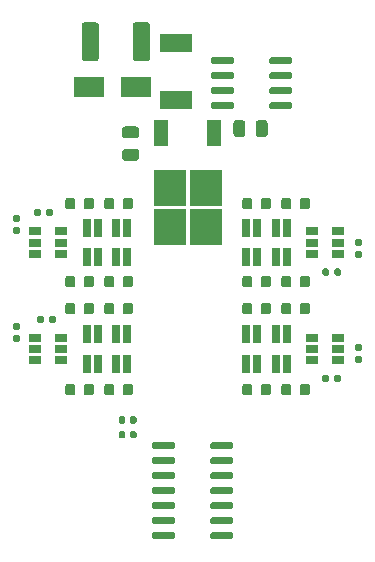
<source format=gtp>
G04 #@! TF.GenerationSoftware,KiCad,Pcbnew,(5.1.9)-1*
G04 #@! TF.CreationDate,2021-06-03T13:52:16+02:00*
G04 #@! TF.ProjectId,seriallight,73657269-616c-46c6-9967-68742e6b6963,rev?*
G04 #@! TF.SameCoordinates,Original*
G04 #@! TF.FileFunction,Paste,Top*
G04 #@! TF.FilePolarity,Positive*
%FSLAX46Y46*%
G04 Gerber Fmt 4.6, Leading zero omitted, Abs format (unit mm)*
G04 Created by KiCad (PCBNEW (5.1.9)-1) date 2021-06-03 13:52:16*
%MOMM*%
%LPD*%
G01*
G04 APERTURE LIST*
%ADD10R,0.650000X1.600000*%
%ADD11R,1.060000X0.650000*%
%ADD12R,2.500000X1.800000*%
%ADD13R,2.700000X1.500000*%
%ADD14R,1.200000X2.200000*%
%ADD15R,2.750000X3.050000*%
G04 APERTURE END LIST*
D10*
X105975000Y-105750000D03*
X105025000Y-105750000D03*
G36*
G01*
X103960000Y-86327000D02*
X103960000Y-85377000D01*
G75*
G02*
X104210000Y-85127000I250000J0D01*
G01*
X104710000Y-85127000D01*
G75*
G02*
X104960000Y-85377000I0J-250000D01*
G01*
X104960000Y-86327000D01*
G75*
G02*
X104710000Y-86577000I-250000J0D01*
G01*
X104210000Y-86577000D01*
G75*
G02*
X103960000Y-86327000I0J250000D01*
G01*
G37*
G36*
G01*
X105860000Y-86327000D02*
X105860000Y-85377000D01*
G75*
G02*
X106110000Y-85127000I250000J0D01*
G01*
X106610000Y-85127000D01*
G75*
G02*
X106860000Y-85377000I0J-250000D01*
G01*
X106860000Y-86327000D01*
G75*
G02*
X106610000Y-86577000I-250000J0D01*
G01*
X106110000Y-86577000D01*
G75*
G02*
X105860000Y-86327000I0J250000D01*
G01*
G37*
G36*
G01*
X94775000Y-87572000D02*
X95725000Y-87572000D01*
G75*
G02*
X95975000Y-87822000I0J-250000D01*
G01*
X95975000Y-88322000D01*
G75*
G02*
X95725000Y-88572000I-250000J0D01*
G01*
X94775000Y-88572000D01*
G75*
G02*
X94525000Y-88322000I0J250000D01*
G01*
X94525000Y-87822000D01*
G75*
G02*
X94775000Y-87572000I250000J0D01*
G01*
G37*
G36*
G01*
X94775000Y-85672000D02*
X95725000Y-85672000D01*
G75*
G02*
X95975000Y-85922000I0J-250000D01*
G01*
X95975000Y-86422000D01*
G75*
G02*
X95725000Y-86672000I-250000J0D01*
G01*
X94775000Y-86672000D01*
G75*
G02*
X94525000Y-86422000I0J250000D01*
G01*
X94525000Y-85922000D01*
G75*
G02*
X94775000Y-85672000I250000J0D01*
G01*
G37*
G36*
G01*
X96900000Y-77100000D02*
X96900000Y-79900000D01*
G75*
G02*
X96650000Y-80150000I-250000J0D01*
G01*
X95675000Y-80150000D01*
G75*
G02*
X95425000Y-79900000I0J250000D01*
G01*
X95425000Y-77100000D01*
G75*
G02*
X95675000Y-76850000I250000J0D01*
G01*
X96650000Y-76850000D01*
G75*
G02*
X96900000Y-77100000I0J-250000D01*
G01*
G37*
G36*
G01*
X92575000Y-77100000D02*
X92575000Y-79900000D01*
G75*
G02*
X92325000Y-80150000I-250000J0D01*
G01*
X91350000Y-80150000D01*
G75*
G02*
X91100000Y-79900000I0J250000D01*
G01*
X91100000Y-77100000D01*
G75*
G02*
X91350000Y-76850000I250000J0D01*
G01*
X92325000Y-76850000D01*
G75*
G02*
X92575000Y-77100000I0J-250000D01*
G01*
G37*
G36*
G01*
X85783000Y-103904000D02*
X85413000Y-103904000D01*
G75*
G02*
X85278000Y-103769000I0J135000D01*
G01*
X85278000Y-103499000D01*
G75*
G02*
X85413000Y-103364000I135000J0D01*
G01*
X85783000Y-103364000D01*
G75*
G02*
X85918000Y-103499000I0J-135000D01*
G01*
X85918000Y-103769000D01*
G75*
G02*
X85783000Y-103904000I-135000J0D01*
G01*
G37*
G36*
G01*
X85783000Y-102884000D02*
X85413000Y-102884000D01*
G75*
G02*
X85278000Y-102749000I0J135000D01*
G01*
X85278000Y-102479000D01*
G75*
G02*
X85413000Y-102344000I135000J0D01*
G01*
X85783000Y-102344000D01*
G75*
G02*
X85918000Y-102479000I0J-135000D01*
G01*
X85918000Y-102749000D01*
G75*
G02*
X85783000Y-102884000I-135000J0D01*
G01*
G37*
G36*
G01*
X114739000Y-104662000D02*
X114369000Y-104662000D01*
G75*
G02*
X114234000Y-104527000I0J135000D01*
G01*
X114234000Y-104257000D01*
G75*
G02*
X114369000Y-104122000I135000J0D01*
G01*
X114739000Y-104122000D01*
G75*
G02*
X114874000Y-104257000I0J-135000D01*
G01*
X114874000Y-104527000D01*
G75*
G02*
X114739000Y-104662000I-135000J0D01*
G01*
G37*
G36*
G01*
X114739000Y-105682000D02*
X114369000Y-105682000D01*
G75*
G02*
X114234000Y-105547000I0J135000D01*
G01*
X114234000Y-105277000D01*
G75*
G02*
X114369000Y-105142000I135000J0D01*
G01*
X114739000Y-105142000D01*
G75*
G02*
X114874000Y-105277000I0J-135000D01*
G01*
X114874000Y-105547000D01*
G75*
G02*
X114739000Y-105682000I-135000J0D01*
G01*
G37*
G36*
G01*
X113048000Y-97815000D02*
X113048000Y-98185000D01*
G75*
G02*
X112913000Y-98320000I-135000J0D01*
G01*
X112643000Y-98320000D01*
G75*
G02*
X112508000Y-98185000I0J135000D01*
G01*
X112508000Y-97815000D01*
G75*
G02*
X112643000Y-97680000I135000J0D01*
G01*
X112913000Y-97680000D01*
G75*
G02*
X113048000Y-97815000I0J-135000D01*
G01*
G37*
G36*
G01*
X112028000Y-97815000D02*
X112028000Y-98185000D01*
G75*
G02*
X111893000Y-98320000I-135000J0D01*
G01*
X111623000Y-98320000D01*
G75*
G02*
X111488000Y-98185000I0J135000D01*
G01*
X111488000Y-97815000D01*
G75*
G02*
X111623000Y-97680000I135000J0D01*
G01*
X111893000Y-97680000D01*
G75*
G02*
X112028000Y-97815000I0J-135000D01*
G01*
G37*
G36*
G01*
X114739000Y-95772000D02*
X114369000Y-95772000D01*
G75*
G02*
X114234000Y-95637000I0J135000D01*
G01*
X114234000Y-95367000D01*
G75*
G02*
X114369000Y-95232000I135000J0D01*
G01*
X114739000Y-95232000D01*
G75*
G02*
X114874000Y-95367000I0J-135000D01*
G01*
X114874000Y-95637000D01*
G75*
G02*
X114739000Y-95772000I-135000J0D01*
G01*
G37*
G36*
G01*
X114739000Y-96792000D02*
X114369000Y-96792000D01*
G75*
G02*
X114234000Y-96657000I0J135000D01*
G01*
X114234000Y-96387000D01*
G75*
G02*
X114369000Y-96252000I135000J0D01*
G01*
X114739000Y-96252000D01*
G75*
G02*
X114874000Y-96387000I0J-135000D01*
G01*
X114874000Y-96657000D01*
G75*
G02*
X114739000Y-96792000I-135000J0D01*
G01*
G37*
G36*
G01*
X85783000Y-94760000D02*
X85413000Y-94760000D01*
G75*
G02*
X85278000Y-94625000I0J135000D01*
G01*
X85278000Y-94355000D01*
G75*
G02*
X85413000Y-94220000I135000J0D01*
G01*
X85783000Y-94220000D01*
G75*
G02*
X85918000Y-94355000I0J-135000D01*
G01*
X85918000Y-94625000D01*
G75*
G02*
X85783000Y-94760000I-135000J0D01*
G01*
G37*
G36*
G01*
X85783000Y-93740000D02*
X85413000Y-93740000D01*
G75*
G02*
X85278000Y-93605000I0J135000D01*
G01*
X85278000Y-93335000D01*
G75*
G02*
X85413000Y-93200000I135000J0D01*
G01*
X85783000Y-93200000D01*
G75*
G02*
X85918000Y-93335000I0J-135000D01*
G01*
X85918000Y-93605000D01*
G75*
G02*
X85783000Y-93740000I-135000J0D01*
G01*
G37*
G36*
G01*
X97050000Y-112840000D02*
X97050000Y-112540000D01*
G75*
G02*
X97200000Y-112390000I150000J0D01*
G01*
X98850000Y-112390000D01*
G75*
G02*
X99000000Y-112540000I0J-150000D01*
G01*
X99000000Y-112840000D01*
G75*
G02*
X98850000Y-112990000I-150000J0D01*
G01*
X97200000Y-112990000D01*
G75*
G02*
X97050000Y-112840000I0J150000D01*
G01*
G37*
G36*
G01*
X97050000Y-114110000D02*
X97050000Y-113810000D01*
G75*
G02*
X97200000Y-113660000I150000J0D01*
G01*
X98850000Y-113660000D01*
G75*
G02*
X99000000Y-113810000I0J-150000D01*
G01*
X99000000Y-114110000D01*
G75*
G02*
X98850000Y-114260000I-150000J0D01*
G01*
X97200000Y-114260000D01*
G75*
G02*
X97050000Y-114110000I0J150000D01*
G01*
G37*
G36*
G01*
X97050000Y-115380000D02*
X97050000Y-115080000D01*
G75*
G02*
X97200000Y-114930000I150000J0D01*
G01*
X98850000Y-114930000D01*
G75*
G02*
X99000000Y-115080000I0J-150000D01*
G01*
X99000000Y-115380000D01*
G75*
G02*
X98850000Y-115530000I-150000J0D01*
G01*
X97200000Y-115530000D01*
G75*
G02*
X97050000Y-115380000I0J150000D01*
G01*
G37*
G36*
G01*
X97050000Y-116650000D02*
X97050000Y-116350000D01*
G75*
G02*
X97200000Y-116200000I150000J0D01*
G01*
X98850000Y-116200000D01*
G75*
G02*
X99000000Y-116350000I0J-150000D01*
G01*
X99000000Y-116650000D01*
G75*
G02*
X98850000Y-116800000I-150000J0D01*
G01*
X97200000Y-116800000D01*
G75*
G02*
X97050000Y-116650000I0J150000D01*
G01*
G37*
G36*
G01*
X97050000Y-117920000D02*
X97050000Y-117620000D01*
G75*
G02*
X97200000Y-117470000I150000J0D01*
G01*
X98850000Y-117470000D01*
G75*
G02*
X99000000Y-117620000I0J-150000D01*
G01*
X99000000Y-117920000D01*
G75*
G02*
X98850000Y-118070000I-150000J0D01*
G01*
X97200000Y-118070000D01*
G75*
G02*
X97050000Y-117920000I0J150000D01*
G01*
G37*
G36*
G01*
X97050000Y-119190000D02*
X97050000Y-118890000D01*
G75*
G02*
X97200000Y-118740000I150000J0D01*
G01*
X98850000Y-118740000D01*
G75*
G02*
X99000000Y-118890000I0J-150000D01*
G01*
X99000000Y-119190000D01*
G75*
G02*
X98850000Y-119340000I-150000J0D01*
G01*
X97200000Y-119340000D01*
G75*
G02*
X97050000Y-119190000I0J150000D01*
G01*
G37*
G36*
G01*
X97050000Y-120460000D02*
X97050000Y-120160000D01*
G75*
G02*
X97200000Y-120010000I150000J0D01*
G01*
X98850000Y-120010000D01*
G75*
G02*
X99000000Y-120160000I0J-150000D01*
G01*
X99000000Y-120460000D01*
G75*
G02*
X98850000Y-120610000I-150000J0D01*
G01*
X97200000Y-120610000D01*
G75*
G02*
X97050000Y-120460000I0J150000D01*
G01*
G37*
G36*
G01*
X102000000Y-120460000D02*
X102000000Y-120160000D01*
G75*
G02*
X102150000Y-120010000I150000J0D01*
G01*
X103800000Y-120010000D01*
G75*
G02*
X103950000Y-120160000I0J-150000D01*
G01*
X103950000Y-120460000D01*
G75*
G02*
X103800000Y-120610000I-150000J0D01*
G01*
X102150000Y-120610000D01*
G75*
G02*
X102000000Y-120460000I0J150000D01*
G01*
G37*
G36*
G01*
X102000000Y-119190000D02*
X102000000Y-118890000D01*
G75*
G02*
X102150000Y-118740000I150000J0D01*
G01*
X103800000Y-118740000D01*
G75*
G02*
X103950000Y-118890000I0J-150000D01*
G01*
X103950000Y-119190000D01*
G75*
G02*
X103800000Y-119340000I-150000J0D01*
G01*
X102150000Y-119340000D01*
G75*
G02*
X102000000Y-119190000I0J150000D01*
G01*
G37*
G36*
G01*
X102000000Y-117920000D02*
X102000000Y-117620000D01*
G75*
G02*
X102150000Y-117470000I150000J0D01*
G01*
X103800000Y-117470000D01*
G75*
G02*
X103950000Y-117620000I0J-150000D01*
G01*
X103950000Y-117920000D01*
G75*
G02*
X103800000Y-118070000I-150000J0D01*
G01*
X102150000Y-118070000D01*
G75*
G02*
X102000000Y-117920000I0J150000D01*
G01*
G37*
G36*
G01*
X102000000Y-116650000D02*
X102000000Y-116350000D01*
G75*
G02*
X102150000Y-116200000I150000J0D01*
G01*
X103800000Y-116200000D01*
G75*
G02*
X103950000Y-116350000I0J-150000D01*
G01*
X103950000Y-116650000D01*
G75*
G02*
X103800000Y-116800000I-150000J0D01*
G01*
X102150000Y-116800000D01*
G75*
G02*
X102000000Y-116650000I0J150000D01*
G01*
G37*
G36*
G01*
X102000000Y-115380000D02*
X102000000Y-115080000D01*
G75*
G02*
X102150000Y-114930000I150000J0D01*
G01*
X103800000Y-114930000D01*
G75*
G02*
X103950000Y-115080000I0J-150000D01*
G01*
X103950000Y-115380000D01*
G75*
G02*
X103800000Y-115530000I-150000J0D01*
G01*
X102150000Y-115530000D01*
G75*
G02*
X102000000Y-115380000I0J150000D01*
G01*
G37*
G36*
G01*
X102000000Y-114110000D02*
X102000000Y-113810000D01*
G75*
G02*
X102150000Y-113660000I150000J0D01*
G01*
X103800000Y-113660000D01*
G75*
G02*
X103950000Y-113810000I0J-150000D01*
G01*
X103950000Y-114110000D01*
G75*
G02*
X103800000Y-114260000I-150000J0D01*
G01*
X102150000Y-114260000D01*
G75*
G02*
X102000000Y-114110000I0J150000D01*
G01*
G37*
G36*
G01*
X102000000Y-112840000D02*
X102000000Y-112540000D01*
G75*
G02*
X102150000Y-112390000I150000J0D01*
G01*
X103800000Y-112390000D01*
G75*
G02*
X103950000Y-112540000I0J-150000D01*
G01*
X103950000Y-112840000D01*
G75*
G02*
X103800000Y-112990000I-150000J0D01*
G01*
X102150000Y-112990000D01*
G75*
G02*
X102000000Y-112840000I0J150000D01*
G01*
G37*
G36*
G01*
X102050000Y-80245000D02*
X102050000Y-79945000D01*
G75*
G02*
X102200000Y-79795000I150000J0D01*
G01*
X103850000Y-79795000D01*
G75*
G02*
X104000000Y-79945000I0J-150000D01*
G01*
X104000000Y-80245000D01*
G75*
G02*
X103850000Y-80395000I-150000J0D01*
G01*
X102200000Y-80395000D01*
G75*
G02*
X102050000Y-80245000I0J150000D01*
G01*
G37*
G36*
G01*
X102050000Y-81515000D02*
X102050000Y-81215000D01*
G75*
G02*
X102200000Y-81065000I150000J0D01*
G01*
X103850000Y-81065000D01*
G75*
G02*
X104000000Y-81215000I0J-150000D01*
G01*
X104000000Y-81515000D01*
G75*
G02*
X103850000Y-81665000I-150000J0D01*
G01*
X102200000Y-81665000D01*
G75*
G02*
X102050000Y-81515000I0J150000D01*
G01*
G37*
G36*
G01*
X102050000Y-82785000D02*
X102050000Y-82485000D01*
G75*
G02*
X102200000Y-82335000I150000J0D01*
G01*
X103850000Y-82335000D01*
G75*
G02*
X104000000Y-82485000I0J-150000D01*
G01*
X104000000Y-82785000D01*
G75*
G02*
X103850000Y-82935000I-150000J0D01*
G01*
X102200000Y-82935000D01*
G75*
G02*
X102050000Y-82785000I0J150000D01*
G01*
G37*
G36*
G01*
X102050000Y-84055000D02*
X102050000Y-83755000D01*
G75*
G02*
X102200000Y-83605000I150000J0D01*
G01*
X103850000Y-83605000D01*
G75*
G02*
X104000000Y-83755000I0J-150000D01*
G01*
X104000000Y-84055000D01*
G75*
G02*
X103850000Y-84205000I-150000J0D01*
G01*
X102200000Y-84205000D01*
G75*
G02*
X102050000Y-84055000I0J150000D01*
G01*
G37*
G36*
G01*
X107000000Y-84055000D02*
X107000000Y-83755000D01*
G75*
G02*
X107150000Y-83605000I150000J0D01*
G01*
X108800000Y-83605000D01*
G75*
G02*
X108950000Y-83755000I0J-150000D01*
G01*
X108950000Y-84055000D01*
G75*
G02*
X108800000Y-84205000I-150000J0D01*
G01*
X107150000Y-84205000D01*
G75*
G02*
X107000000Y-84055000I0J150000D01*
G01*
G37*
G36*
G01*
X107000000Y-82785000D02*
X107000000Y-82485000D01*
G75*
G02*
X107150000Y-82335000I150000J0D01*
G01*
X108800000Y-82335000D01*
G75*
G02*
X108950000Y-82485000I0J-150000D01*
G01*
X108950000Y-82785000D01*
G75*
G02*
X108800000Y-82935000I-150000J0D01*
G01*
X107150000Y-82935000D01*
G75*
G02*
X107000000Y-82785000I0J150000D01*
G01*
G37*
G36*
G01*
X107000000Y-81515000D02*
X107000000Y-81215000D01*
G75*
G02*
X107150000Y-81065000I150000J0D01*
G01*
X108800000Y-81065000D01*
G75*
G02*
X108950000Y-81215000I0J-150000D01*
G01*
X108950000Y-81515000D01*
G75*
G02*
X108800000Y-81665000I-150000J0D01*
G01*
X107150000Y-81665000D01*
G75*
G02*
X107000000Y-81515000I0J150000D01*
G01*
G37*
G36*
G01*
X107000000Y-80245000D02*
X107000000Y-79945000D01*
G75*
G02*
X107150000Y-79795000I150000J0D01*
G01*
X108800000Y-79795000D01*
G75*
G02*
X108950000Y-79945000I0J-150000D01*
G01*
X108950000Y-80245000D01*
G75*
G02*
X108800000Y-80395000I-150000J0D01*
G01*
X107150000Y-80395000D01*
G75*
G02*
X107000000Y-80245000I0J150000D01*
G01*
G37*
X92475000Y-105750000D03*
X91525000Y-105750000D03*
X107525000Y-103250000D03*
X108475000Y-103250000D03*
X94025000Y-105750000D03*
X94975000Y-105750000D03*
X105975000Y-103250000D03*
X105025000Y-103250000D03*
X94025000Y-103250000D03*
X94975000Y-103250000D03*
X92475000Y-103250000D03*
X91525000Y-103250000D03*
X107525000Y-105750000D03*
X108475000Y-105750000D03*
X108475000Y-94250000D03*
X107525000Y-94250000D03*
X92475000Y-96750000D03*
X91525000Y-96750000D03*
X105025000Y-94250000D03*
X105975000Y-94250000D03*
X94975000Y-96750000D03*
X94025000Y-96750000D03*
X105025000Y-96750000D03*
X105975000Y-96750000D03*
X94975000Y-94250000D03*
X94025000Y-94250000D03*
X107525000Y-96750000D03*
X108475000Y-96750000D03*
X91525000Y-94250000D03*
X92475000Y-94250000D03*
G36*
G01*
X88378000Y-102185000D02*
X88378000Y-101815000D01*
G75*
G02*
X88513000Y-101680000I135000J0D01*
G01*
X88783000Y-101680000D01*
G75*
G02*
X88918000Y-101815000I0J-135000D01*
G01*
X88918000Y-102185000D01*
G75*
G02*
X88783000Y-102320000I-135000J0D01*
G01*
X88513000Y-102320000D01*
G75*
G02*
X88378000Y-102185000I0J135000D01*
G01*
G37*
G36*
G01*
X87358000Y-102185000D02*
X87358000Y-101815000D01*
G75*
G02*
X87493000Y-101680000I135000J0D01*
G01*
X87763000Y-101680000D01*
G75*
G02*
X87898000Y-101815000I0J-135000D01*
G01*
X87898000Y-102185000D01*
G75*
G02*
X87763000Y-102320000I-135000J0D01*
G01*
X87493000Y-102320000D01*
G75*
G02*
X87358000Y-102185000I0J135000D01*
G01*
G37*
G36*
G01*
X113048000Y-106815000D02*
X113048000Y-107185000D01*
G75*
G02*
X112913000Y-107320000I-135000J0D01*
G01*
X112643000Y-107320000D01*
G75*
G02*
X112508000Y-107185000I0J135000D01*
G01*
X112508000Y-106815000D01*
G75*
G02*
X112643000Y-106680000I135000J0D01*
G01*
X112913000Y-106680000D01*
G75*
G02*
X113048000Y-106815000I0J-135000D01*
G01*
G37*
G36*
G01*
X112028000Y-106815000D02*
X112028000Y-107185000D01*
G75*
G02*
X111893000Y-107320000I-135000J0D01*
G01*
X111623000Y-107320000D01*
G75*
G02*
X111488000Y-107185000I0J135000D01*
G01*
X111488000Y-106815000D01*
G75*
G02*
X111623000Y-106680000I135000J0D01*
G01*
X111893000Y-106680000D01*
G75*
G02*
X112028000Y-106815000I0J-135000D01*
G01*
G37*
G36*
G01*
X87106000Y-93149000D02*
X87106000Y-92779000D01*
G75*
G02*
X87241000Y-92644000I135000J0D01*
G01*
X87511000Y-92644000D01*
G75*
G02*
X87646000Y-92779000I0J-135000D01*
G01*
X87646000Y-93149000D01*
G75*
G02*
X87511000Y-93284000I-135000J0D01*
G01*
X87241000Y-93284000D01*
G75*
G02*
X87106000Y-93149000I0J135000D01*
G01*
G37*
G36*
G01*
X88126000Y-93149000D02*
X88126000Y-92779000D01*
G75*
G02*
X88261000Y-92644000I135000J0D01*
G01*
X88531000Y-92644000D01*
G75*
G02*
X88666000Y-92779000I0J-135000D01*
G01*
X88666000Y-93149000D01*
G75*
G02*
X88531000Y-93284000I-135000J0D01*
G01*
X88261000Y-93284000D01*
G75*
G02*
X88126000Y-93149000I0J135000D01*
G01*
G37*
D11*
X87150000Y-103550000D03*
X87150000Y-104500000D03*
X87150000Y-105450000D03*
X89350000Y-105450000D03*
X89350000Y-103550000D03*
X89350000Y-104500000D03*
X110650000Y-104500000D03*
X110650000Y-105450000D03*
X110650000Y-103550000D03*
X112850000Y-103550000D03*
X112850000Y-104500000D03*
X112850000Y-105450000D03*
X110650000Y-95500000D03*
X110650000Y-96450000D03*
X110650000Y-94550000D03*
X112850000Y-94550000D03*
X112850000Y-95500000D03*
X112850000Y-96450000D03*
X87150000Y-94550000D03*
X87150000Y-95500000D03*
X87150000Y-96450000D03*
X89350000Y-96450000D03*
X89350000Y-94550000D03*
X89350000Y-95500000D03*
G36*
G01*
X94800000Y-110354000D02*
X94800000Y-110694000D01*
G75*
G02*
X94660000Y-110834000I-140000J0D01*
G01*
X94380000Y-110834000D01*
G75*
G02*
X94240000Y-110694000I0J140000D01*
G01*
X94240000Y-110354000D01*
G75*
G02*
X94380000Y-110214000I140000J0D01*
G01*
X94660000Y-110214000D01*
G75*
G02*
X94800000Y-110354000I0J-140000D01*
G01*
G37*
G36*
G01*
X95760000Y-110354000D02*
X95760000Y-110694000D01*
G75*
G02*
X95620000Y-110834000I-140000J0D01*
G01*
X95340000Y-110834000D01*
G75*
G02*
X95200000Y-110694000I0J140000D01*
G01*
X95200000Y-110354000D01*
G75*
G02*
X95340000Y-110214000I140000J0D01*
G01*
X95620000Y-110214000D01*
G75*
G02*
X95760000Y-110354000I0J-140000D01*
G01*
G37*
G36*
G01*
X95760000Y-111604000D02*
X95760000Y-111944000D01*
G75*
G02*
X95620000Y-112084000I-140000J0D01*
G01*
X95340000Y-112084000D01*
G75*
G02*
X95200000Y-111944000I0J140000D01*
G01*
X95200000Y-111604000D01*
G75*
G02*
X95340000Y-111464000I140000J0D01*
G01*
X95620000Y-111464000D01*
G75*
G02*
X95760000Y-111604000I0J-140000D01*
G01*
G37*
G36*
G01*
X94800000Y-111604000D02*
X94800000Y-111944000D01*
G75*
G02*
X94660000Y-112084000I-140000J0D01*
G01*
X94380000Y-112084000D01*
G75*
G02*
X94240000Y-111944000I0J140000D01*
G01*
X94240000Y-111604000D01*
G75*
G02*
X94380000Y-111464000I140000J0D01*
G01*
X94660000Y-111464000D01*
G75*
G02*
X94800000Y-111604000I0J-140000D01*
G01*
G37*
G36*
G01*
X90582000Y-107693750D02*
X90582000Y-108206250D01*
G75*
G02*
X90363250Y-108425000I-218750J0D01*
G01*
X89925750Y-108425000D01*
G75*
G02*
X89707000Y-108206250I0J218750D01*
G01*
X89707000Y-107693750D01*
G75*
G02*
X89925750Y-107475000I218750J0D01*
G01*
X90363250Y-107475000D01*
G75*
G02*
X90582000Y-107693750I0J-218750D01*
G01*
G37*
G36*
G01*
X92157000Y-107693750D02*
X92157000Y-108206250D01*
G75*
G02*
X91938250Y-108425000I-218750J0D01*
G01*
X91500750Y-108425000D01*
G75*
G02*
X91282000Y-108206250I0J218750D01*
G01*
X91282000Y-107693750D01*
G75*
G02*
X91500750Y-107475000I218750J0D01*
G01*
X91938250Y-107475000D01*
G75*
G02*
X92157000Y-107693750I0J-218750D01*
G01*
G37*
G36*
G01*
X107995000Y-101348250D02*
X107995000Y-100835750D01*
G75*
G02*
X108213750Y-100617000I218750J0D01*
G01*
X108651250Y-100617000D01*
G75*
G02*
X108870000Y-100835750I0J-218750D01*
G01*
X108870000Y-101348250D01*
G75*
G02*
X108651250Y-101567000I-218750J0D01*
G01*
X108213750Y-101567000D01*
G75*
G02*
X107995000Y-101348250I0J218750D01*
G01*
G37*
G36*
G01*
X109570000Y-101348250D02*
X109570000Y-100835750D01*
G75*
G02*
X109788750Y-100617000I218750J0D01*
G01*
X110226250Y-100617000D01*
G75*
G02*
X110445000Y-100835750I0J-218750D01*
G01*
X110445000Y-101348250D01*
G75*
G02*
X110226250Y-101567000I-218750J0D01*
G01*
X109788750Y-101567000D01*
G75*
G02*
X109570000Y-101348250I0J218750D01*
G01*
G37*
G36*
G01*
X95459000Y-107693750D02*
X95459000Y-108206250D01*
G75*
G02*
X95240250Y-108425000I-218750J0D01*
G01*
X94802750Y-108425000D01*
G75*
G02*
X94584000Y-108206250I0J218750D01*
G01*
X94584000Y-107693750D01*
G75*
G02*
X94802750Y-107475000I218750J0D01*
G01*
X95240250Y-107475000D01*
G75*
G02*
X95459000Y-107693750I0J-218750D01*
G01*
G37*
G36*
G01*
X93884000Y-107693750D02*
X93884000Y-108206250D01*
G75*
G02*
X93665250Y-108425000I-218750J0D01*
G01*
X93227750Y-108425000D01*
G75*
G02*
X93009000Y-108206250I0J218750D01*
G01*
X93009000Y-107693750D01*
G75*
G02*
X93227750Y-107475000I218750J0D01*
G01*
X93665250Y-107475000D01*
G75*
G02*
X93884000Y-107693750I0J-218750D01*
G01*
G37*
G36*
G01*
X106268000Y-101348250D02*
X106268000Y-100835750D01*
G75*
G02*
X106486750Y-100617000I218750J0D01*
G01*
X106924250Y-100617000D01*
G75*
G02*
X107143000Y-100835750I0J-218750D01*
G01*
X107143000Y-101348250D01*
G75*
G02*
X106924250Y-101567000I-218750J0D01*
G01*
X106486750Y-101567000D01*
G75*
G02*
X106268000Y-101348250I0J218750D01*
G01*
G37*
G36*
G01*
X104693000Y-101348250D02*
X104693000Y-100835750D01*
G75*
G02*
X104911750Y-100617000I218750J0D01*
G01*
X105349250Y-100617000D01*
G75*
G02*
X105568000Y-100835750I0J-218750D01*
G01*
X105568000Y-101348250D01*
G75*
G02*
X105349250Y-101567000I-218750J0D01*
G01*
X104911750Y-101567000D01*
G75*
G02*
X104693000Y-101348250I0J218750D01*
G01*
G37*
G36*
G01*
X94584000Y-101348250D02*
X94584000Y-100835750D01*
G75*
G02*
X94802750Y-100617000I218750J0D01*
G01*
X95240250Y-100617000D01*
G75*
G02*
X95459000Y-100835750I0J-218750D01*
G01*
X95459000Y-101348250D01*
G75*
G02*
X95240250Y-101567000I-218750J0D01*
G01*
X94802750Y-101567000D01*
G75*
G02*
X94584000Y-101348250I0J218750D01*
G01*
G37*
G36*
G01*
X93009000Y-101348250D02*
X93009000Y-100835750D01*
G75*
G02*
X93227750Y-100617000I218750J0D01*
G01*
X93665250Y-100617000D01*
G75*
G02*
X93884000Y-100835750I0J-218750D01*
G01*
X93884000Y-101348250D01*
G75*
G02*
X93665250Y-101567000I-218750J0D01*
G01*
X93227750Y-101567000D01*
G75*
G02*
X93009000Y-101348250I0J218750D01*
G01*
G37*
G36*
G01*
X105568000Y-107693750D02*
X105568000Y-108206250D01*
G75*
G02*
X105349250Y-108425000I-218750J0D01*
G01*
X104911750Y-108425000D01*
G75*
G02*
X104693000Y-108206250I0J218750D01*
G01*
X104693000Y-107693750D01*
G75*
G02*
X104911750Y-107475000I218750J0D01*
G01*
X105349250Y-107475000D01*
G75*
G02*
X105568000Y-107693750I0J-218750D01*
G01*
G37*
G36*
G01*
X107143000Y-107693750D02*
X107143000Y-108206250D01*
G75*
G02*
X106924250Y-108425000I-218750J0D01*
G01*
X106486750Y-108425000D01*
G75*
G02*
X106268000Y-108206250I0J218750D01*
G01*
X106268000Y-107693750D01*
G75*
G02*
X106486750Y-107475000I218750J0D01*
G01*
X106924250Y-107475000D01*
G75*
G02*
X107143000Y-107693750I0J-218750D01*
G01*
G37*
G36*
G01*
X89707000Y-101348250D02*
X89707000Y-100835750D01*
G75*
G02*
X89925750Y-100617000I218750J0D01*
G01*
X90363250Y-100617000D01*
G75*
G02*
X90582000Y-100835750I0J-218750D01*
G01*
X90582000Y-101348250D01*
G75*
G02*
X90363250Y-101567000I-218750J0D01*
G01*
X89925750Y-101567000D01*
G75*
G02*
X89707000Y-101348250I0J218750D01*
G01*
G37*
G36*
G01*
X91282000Y-101348250D02*
X91282000Y-100835750D01*
G75*
G02*
X91500750Y-100617000I218750J0D01*
G01*
X91938250Y-100617000D01*
G75*
G02*
X92157000Y-100835750I0J-218750D01*
G01*
X92157000Y-101348250D01*
G75*
G02*
X91938250Y-101567000I-218750J0D01*
G01*
X91500750Y-101567000D01*
G75*
G02*
X91282000Y-101348250I0J218750D01*
G01*
G37*
G36*
G01*
X110445000Y-107693750D02*
X110445000Y-108206250D01*
G75*
G02*
X110226250Y-108425000I-218750J0D01*
G01*
X109788750Y-108425000D01*
G75*
G02*
X109570000Y-108206250I0J218750D01*
G01*
X109570000Y-107693750D01*
G75*
G02*
X109788750Y-107475000I218750J0D01*
G01*
X110226250Y-107475000D01*
G75*
G02*
X110445000Y-107693750I0J-218750D01*
G01*
G37*
G36*
G01*
X108870000Y-107693750D02*
X108870000Y-108206250D01*
G75*
G02*
X108651250Y-108425000I-218750J0D01*
G01*
X108213750Y-108425000D01*
G75*
G02*
X107995000Y-108206250I0J218750D01*
G01*
X107995000Y-107693750D01*
G75*
G02*
X108213750Y-107475000I218750J0D01*
G01*
X108651250Y-107475000D01*
G75*
G02*
X108870000Y-107693750I0J-218750D01*
G01*
G37*
G36*
G01*
X107995000Y-92458250D02*
X107995000Y-91945750D01*
G75*
G02*
X108213750Y-91727000I218750J0D01*
G01*
X108651250Y-91727000D01*
G75*
G02*
X108870000Y-91945750I0J-218750D01*
G01*
X108870000Y-92458250D01*
G75*
G02*
X108651250Y-92677000I-218750J0D01*
G01*
X108213750Y-92677000D01*
G75*
G02*
X107995000Y-92458250I0J218750D01*
G01*
G37*
G36*
G01*
X109570000Y-92458250D02*
X109570000Y-91945750D01*
G75*
G02*
X109788750Y-91727000I218750J0D01*
G01*
X110226250Y-91727000D01*
G75*
G02*
X110445000Y-91945750I0J-218750D01*
G01*
X110445000Y-92458250D01*
G75*
G02*
X110226250Y-92677000I-218750J0D01*
G01*
X109788750Y-92677000D01*
G75*
G02*
X109570000Y-92458250I0J218750D01*
G01*
G37*
G36*
G01*
X90582000Y-98549750D02*
X90582000Y-99062250D01*
G75*
G02*
X90363250Y-99281000I-218750J0D01*
G01*
X89925750Y-99281000D01*
G75*
G02*
X89707000Y-99062250I0J218750D01*
G01*
X89707000Y-98549750D01*
G75*
G02*
X89925750Y-98331000I218750J0D01*
G01*
X90363250Y-98331000D01*
G75*
G02*
X90582000Y-98549750I0J-218750D01*
G01*
G37*
G36*
G01*
X92157000Y-98549750D02*
X92157000Y-99062250D01*
G75*
G02*
X91938250Y-99281000I-218750J0D01*
G01*
X91500750Y-99281000D01*
G75*
G02*
X91282000Y-99062250I0J218750D01*
G01*
X91282000Y-98549750D01*
G75*
G02*
X91500750Y-98331000I218750J0D01*
G01*
X91938250Y-98331000D01*
G75*
G02*
X92157000Y-98549750I0J-218750D01*
G01*
G37*
G36*
G01*
X106268000Y-92458250D02*
X106268000Y-91945750D01*
G75*
G02*
X106486750Y-91727000I218750J0D01*
G01*
X106924250Y-91727000D01*
G75*
G02*
X107143000Y-91945750I0J-218750D01*
G01*
X107143000Y-92458250D01*
G75*
G02*
X106924250Y-92677000I-218750J0D01*
G01*
X106486750Y-92677000D01*
G75*
G02*
X106268000Y-92458250I0J218750D01*
G01*
G37*
G36*
G01*
X104693000Y-92458250D02*
X104693000Y-91945750D01*
G75*
G02*
X104911750Y-91727000I218750J0D01*
G01*
X105349250Y-91727000D01*
G75*
G02*
X105568000Y-91945750I0J-218750D01*
G01*
X105568000Y-92458250D01*
G75*
G02*
X105349250Y-92677000I-218750J0D01*
G01*
X104911750Y-92677000D01*
G75*
G02*
X104693000Y-92458250I0J218750D01*
G01*
G37*
G36*
G01*
X95459000Y-98549750D02*
X95459000Y-99062250D01*
G75*
G02*
X95240250Y-99281000I-218750J0D01*
G01*
X94802750Y-99281000D01*
G75*
G02*
X94584000Y-99062250I0J218750D01*
G01*
X94584000Y-98549750D01*
G75*
G02*
X94802750Y-98331000I218750J0D01*
G01*
X95240250Y-98331000D01*
G75*
G02*
X95459000Y-98549750I0J-218750D01*
G01*
G37*
G36*
G01*
X93884000Y-98549750D02*
X93884000Y-99062250D01*
G75*
G02*
X93665250Y-99281000I-218750J0D01*
G01*
X93227750Y-99281000D01*
G75*
G02*
X93009000Y-99062250I0J218750D01*
G01*
X93009000Y-98549750D01*
G75*
G02*
X93227750Y-98331000I218750J0D01*
G01*
X93665250Y-98331000D01*
G75*
G02*
X93884000Y-98549750I0J-218750D01*
G01*
G37*
G36*
G01*
X107143000Y-98549750D02*
X107143000Y-99062250D01*
G75*
G02*
X106924250Y-99281000I-218750J0D01*
G01*
X106486750Y-99281000D01*
G75*
G02*
X106268000Y-99062250I0J218750D01*
G01*
X106268000Y-98549750D01*
G75*
G02*
X106486750Y-98331000I218750J0D01*
G01*
X106924250Y-98331000D01*
G75*
G02*
X107143000Y-98549750I0J-218750D01*
G01*
G37*
G36*
G01*
X105568000Y-98549750D02*
X105568000Y-99062250D01*
G75*
G02*
X105349250Y-99281000I-218750J0D01*
G01*
X104911750Y-99281000D01*
G75*
G02*
X104693000Y-99062250I0J218750D01*
G01*
X104693000Y-98549750D01*
G75*
G02*
X104911750Y-98331000I218750J0D01*
G01*
X105349250Y-98331000D01*
G75*
G02*
X105568000Y-98549750I0J-218750D01*
G01*
G37*
G36*
G01*
X94584000Y-92458250D02*
X94584000Y-91945750D01*
G75*
G02*
X94802750Y-91727000I218750J0D01*
G01*
X95240250Y-91727000D01*
G75*
G02*
X95459000Y-91945750I0J-218750D01*
G01*
X95459000Y-92458250D01*
G75*
G02*
X95240250Y-92677000I-218750J0D01*
G01*
X94802750Y-92677000D01*
G75*
G02*
X94584000Y-92458250I0J218750D01*
G01*
G37*
G36*
G01*
X93009000Y-92458250D02*
X93009000Y-91945750D01*
G75*
G02*
X93227750Y-91727000I218750J0D01*
G01*
X93665250Y-91727000D01*
G75*
G02*
X93884000Y-91945750I0J-218750D01*
G01*
X93884000Y-92458250D01*
G75*
G02*
X93665250Y-92677000I-218750J0D01*
G01*
X93227750Y-92677000D01*
G75*
G02*
X93009000Y-92458250I0J218750D01*
G01*
G37*
G36*
G01*
X108870000Y-98549750D02*
X108870000Y-99062250D01*
G75*
G02*
X108651250Y-99281000I-218750J0D01*
G01*
X108213750Y-99281000D01*
G75*
G02*
X107995000Y-99062250I0J218750D01*
G01*
X107995000Y-98549750D01*
G75*
G02*
X108213750Y-98331000I218750J0D01*
G01*
X108651250Y-98331000D01*
G75*
G02*
X108870000Y-98549750I0J-218750D01*
G01*
G37*
G36*
G01*
X110445000Y-98549750D02*
X110445000Y-99062250D01*
G75*
G02*
X110226250Y-99281000I-218750J0D01*
G01*
X109788750Y-99281000D01*
G75*
G02*
X109570000Y-99062250I0J218750D01*
G01*
X109570000Y-98549750D01*
G75*
G02*
X109788750Y-98331000I218750J0D01*
G01*
X110226250Y-98331000D01*
G75*
G02*
X110445000Y-98549750I0J-218750D01*
G01*
G37*
G36*
G01*
X89707000Y-92458250D02*
X89707000Y-91945750D01*
G75*
G02*
X89925750Y-91727000I218750J0D01*
G01*
X90363250Y-91727000D01*
G75*
G02*
X90582000Y-91945750I0J-218750D01*
G01*
X90582000Y-92458250D01*
G75*
G02*
X90363250Y-92677000I-218750J0D01*
G01*
X89925750Y-92677000D01*
G75*
G02*
X89707000Y-92458250I0J218750D01*
G01*
G37*
G36*
G01*
X91282000Y-92458250D02*
X91282000Y-91945750D01*
G75*
G02*
X91500750Y-91727000I218750J0D01*
G01*
X91938250Y-91727000D01*
G75*
G02*
X92157000Y-91945750I0J-218750D01*
G01*
X92157000Y-92458250D01*
G75*
G02*
X91938250Y-92677000I-218750J0D01*
G01*
X91500750Y-92677000D01*
G75*
G02*
X91282000Y-92458250I0J218750D01*
G01*
G37*
D12*
X95726000Y-82296000D03*
X91726000Y-82296000D03*
D13*
X99060000Y-78626000D03*
X99060000Y-83426000D03*
D14*
X102356000Y-86224000D03*
X97796000Y-86224000D03*
D15*
X98551000Y-94199000D03*
X101601000Y-90849000D03*
X101601000Y-94199000D03*
X98551000Y-90849000D03*
M02*

</source>
